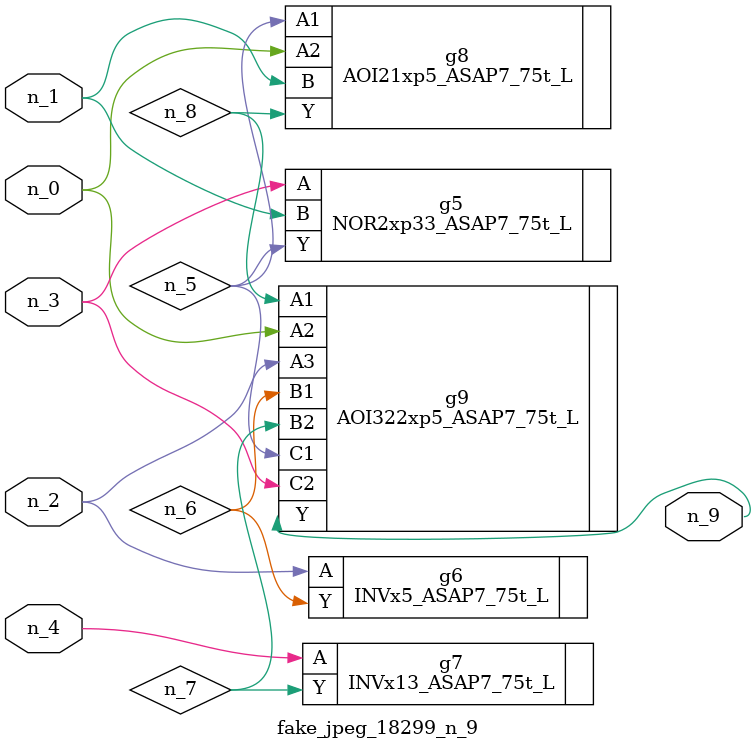
<source format=v>
module fake_jpeg_18299_n_9 (n_3, n_2, n_1, n_0, n_4, n_9);

input n_3;
input n_2;
input n_1;
input n_0;
input n_4;

output n_9;

wire n_8;
wire n_6;
wire n_5;
wire n_7;

NOR2xp33_ASAP7_75t_L g5 ( 
.A(n_3),
.B(n_1),
.Y(n_5)
);

INVx5_ASAP7_75t_L g6 ( 
.A(n_2),
.Y(n_6)
);

INVx13_ASAP7_75t_L g7 ( 
.A(n_4),
.Y(n_7)
);

AOI21xp5_ASAP7_75t_L g8 ( 
.A1(n_5),
.A2(n_0),
.B(n_1),
.Y(n_8)
);

AOI322xp5_ASAP7_75t_L g9 ( 
.A1(n_8),
.A2(n_0),
.A3(n_2),
.B1(n_6),
.B2(n_7),
.C1(n_5),
.C2(n_3),
.Y(n_9)
);


endmodule
</source>
